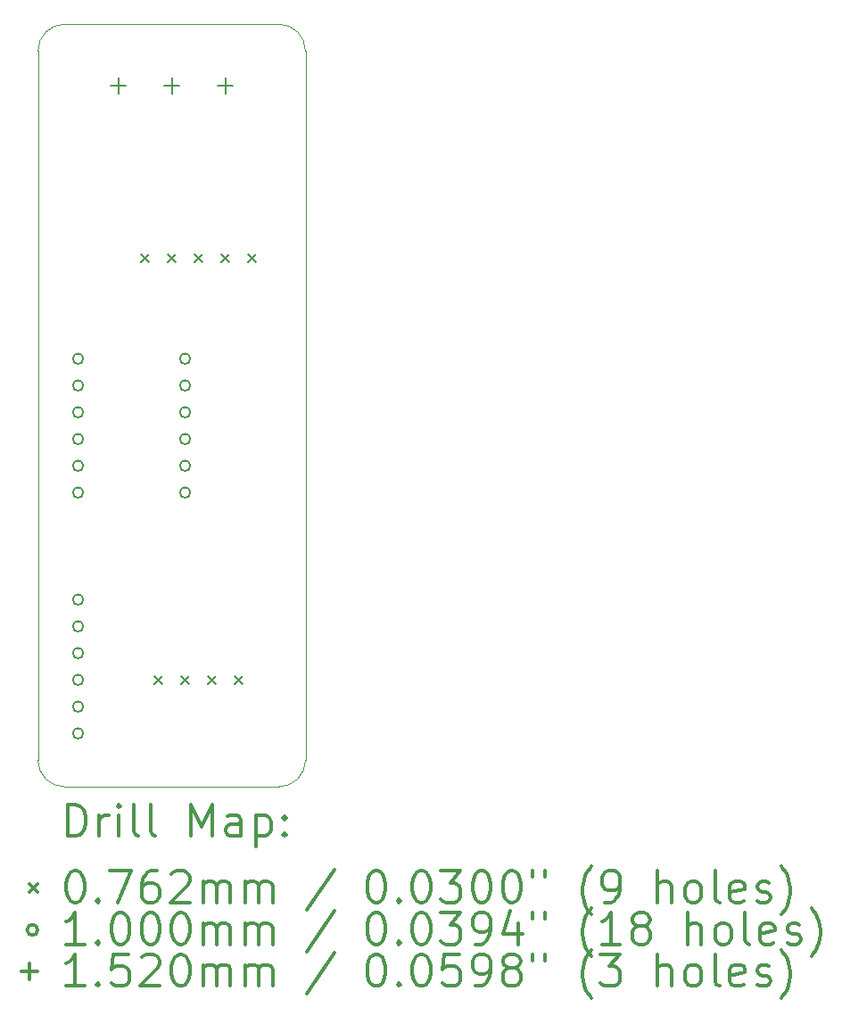
<source format=gbr>
%FSLAX45Y45*%
G04 Gerber Fmt 4.5, Leading zero omitted, Abs format (unit mm)*
G04 Created by KiCad (PCBNEW 5.1.10-88a1d61d58~88~ubuntu20.04.1) date 2021-06-06 20:10:42*
%MOMM*%
%LPD*%
G01*
G04 APERTURE LIST*
%TA.AperFunction,Profile*%
%ADD10C,0.050000*%
%TD*%
%ADD11C,0.200000*%
%ADD12C,0.300000*%
G04 APERTURE END LIST*
D10*
X8636000Y-5461000D02*
G75*
G02*
X8890000Y-5715000I0J-254000D01*
G01*
X8890000Y-12446000D02*
G75*
G02*
X8636000Y-12700000I-254000J0D01*
G01*
X6604000Y-12700000D02*
G75*
G02*
X6350000Y-12446000I0J254000D01*
G01*
X6350000Y-5715000D02*
G75*
G02*
X6604000Y-5461000I254000J0D01*
G01*
X8890000Y-5715000D02*
X8890000Y-12446000D01*
X6604000Y-12700000D02*
X8636000Y-12700000D01*
X6604000Y-5461000D02*
X8636000Y-5461000D01*
X6350000Y-12446000D02*
X6350000Y-5715000D01*
D11*
X7327900Y-7645400D02*
X7404100Y-7721600D01*
X7404100Y-7645400D02*
X7327900Y-7721600D01*
X7454900Y-11645900D02*
X7531100Y-11722100D01*
X7531100Y-11645900D02*
X7454900Y-11722100D01*
X7581900Y-7645400D02*
X7658100Y-7721600D01*
X7658100Y-7645400D02*
X7581900Y-7721600D01*
X7708900Y-11645900D02*
X7785100Y-11722100D01*
X7785100Y-11645900D02*
X7708900Y-11722100D01*
X7835900Y-7645400D02*
X7912100Y-7721600D01*
X7912100Y-7645400D02*
X7835900Y-7721600D01*
X7962900Y-11645900D02*
X8039100Y-11722100D01*
X8039100Y-11645900D02*
X7962900Y-11722100D01*
X8089900Y-7645400D02*
X8166100Y-7721600D01*
X8166100Y-7645400D02*
X8089900Y-7721600D01*
X8216900Y-11645900D02*
X8293100Y-11722100D01*
X8293100Y-11645900D02*
X8216900Y-11722100D01*
X8343900Y-7645400D02*
X8420100Y-7721600D01*
X8420100Y-7645400D02*
X8343900Y-7721600D01*
X6781000Y-8636000D02*
G75*
G03*
X6781000Y-8636000I-50000J0D01*
G01*
X6781000Y-8890000D02*
G75*
G03*
X6781000Y-8890000I-50000J0D01*
G01*
X6781000Y-9144000D02*
G75*
G03*
X6781000Y-9144000I-50000J0D01*
G01*
X6781000Y-9398000D02*
G75*
G03*
X6781000Y-9398000I-50000J0D01*
G01*
X6781000Y-9652000D02*
G75*
G03*
X6781000Y-9652000I-50000J0D01*
G01*
X6781000Y-9906000D02*
G75*
G03*
X6781000Y-9906000I-50000J0D01*
G01*
X6781000Y-10922000D02*
G75*
G03*
X6781000Y-10922000I-50000J0D01*
G01*
X6781000Y-11176000D02*
G75*
G03*
X6781000Y-11176000I-50000J0D01*
G01*
X6781000Y-11430000D02*
G75*
G03*
X6781000Y-11430000I-50000J0D01*
G01*
X6781000Y-11684000D02*
G75*
G03*
X6781000Y-11684000I-50000J0D01*
G01*
X6781000Y-11938000D02*
G75*
G03*
X6781000Y-11938000I-50000J0D01*
G01*
X6781000Y-12192000D02*
G75*
G03*
X6781000Y-12192000I-50000J0D01*
G01*
X7797000Y-8636000D02*
G75*
G03*
X7797000Y-8636000I-50000J0D01*
G01*
X7797000Y-8890000D02*
G75*
G03*
X7797000Y-8890000I-50000J0D01*
G01*
X7797000Y-9144000D02*
G75*
G03*
X7797000Y-9144000I-50000J0D01*
G01*
X7797000Y-9398000D02*
G75*
G03*
X7797000Y-9398000I-50000J0D01*
G01*
X7797000Y-9652000D02*
G75*
G03*
X7797000Y-9652000I-50000J0D01*
G01*
X7797000Y-9906000D02*
G75*
G03*
X7797000Y-9906000I-50000J0D01*
G01*
X7112000Y-5969200D02*
X7112000Y-6121200D01*
X7036000Y-6045200D02*
X7188000Y-6045200D01*
X7620000Y-5969200D02*
X7620000Y-6121200D01*
X7544000Y-6045200D02*
X7696000Y-6045200D01*
X8128000Y-5969200D02*
X8128000Y-6121200D01*
X8052000Y-6045200D02*
X8204000Y-6045200D01*
D12*
X6633928Y-13168214D02*
X6633928Y-12868214D01*
X6705357Y-12868214D01*
X6748214Y-12882500D01*
X6776786Y-12911071D01*
X6791071Y-12939643D01*
X6805357Y-12996786D01*
X6805357Y-13039643D01*
X6791071Y-13096786D01*
X6776786Y-13125357D01*
X6748214Y-13153929D01*
X6705357Y-13168214D01*
X6633928Y-13168214D01*
X6933928Y-13168214D02*
X6933928Y-12968214D01*
X6933928Y-13025357D02*
X6948214Y-12996786D01*
X6962500Y-12982500D01*
X6991071Y-12968214D01*
X7019643Y-12968214D01*
X7119643Y-13168214D02*
X7119643Y-12968214D01*
X7119643Y-12868214D02*
X7105357Y-12882500D01*
X7119643Y-12896786D01*
X7133928Y-12882500D01*
X7119643Y-12868214D01*
X7119643Y-12896786D01*
X7305357Y-13168214D02*
X7276786Y-13153929D01*
X7262500Y-13125357D01*
X7262500Y-12868214D01*
X7462500Y-13168214D02*
X7433928Y-13153929D01*
X7419643Y-13125357D01*
X7419643Y-12868214D01*
X7805357Y-13168214D02*
X7805357Y-12868214D01*
X7905357Y-13082500D01*
X8005357Y-12868214D01*
X8005357Y-13168214D01*
X8276786Y-13168214D02*
X8276786Y-13011071D01*
X8262500Y-12982500D01*
X8233928Y-12968214D01*
X8176786Y-12968214D01*
X8148214Y-12982500D01*
X8276786Y-13153929D02*
X8248214Y-13168214D01*
X8176786Y-13168214D01*
X8148214Y-13153929D01*
X8133928Y-13125357D01*
X8133928Y-13096786D01*
X8148214Y-13068214D01*
X8176786Y-13053929D01*
X8248214Y-13053929D01*
X8276786Y-13039643D01*
X8419643Y-12968214D02*
X8419643Y-13268214D01*
X8419643Y-12982500D02*
X8448214Y-12968214D01*
X8505357Y-12968214D01*
X8533928Y-12982500D01*
X8548214Y-12996786D01*
X8562500Y-13025357D01*
X8562500Y-13111071D01*
X8548214Y-13139643D01*
X8533928Y-13153929D01*
X8505357Y-13168214D01*
X8448214Y-13168214D01*
X8419643Y-13153929D01*
X8691071Y-13139643D02*
X8705357Y-13153929D01*
X8691071Y-13168214D01*
X8676786Y-13153929D01*
X8691071Y-13139643D01*
X8691071Y-13168214D01*
X8691071Y-12982500D02*
X8705357Y-12996786D01*
X8691071Y-13011071D01*
X8676786Y-12996786D01*
X8691071Y-12982500D01*
X8691071Y-13011071D01*
X6271300Y-13624400D02*
X6347500Y-13700600D01*
X6347500Y-13624400D02*
X6271300Y-13700600D01*
X6691071Y-13498214D02*
X6719643Y-13498214D01*
X6748214Y-13512500D01*
X6762500Y-13526786D01*
X6776786Y-13555357D01*
X6791071Y-13612500D01*
X6791071Y-13683929D01*
X6776786Y-13741071D01*
X6762500Y-13769643D01*
X6748214Y-13783929D01*
X6719643Y-13798214D01*
X6691071Y-13798214D01*
X6662500Y-13783929D01*
X6648214Y-13769643D01*
X6633928Y-13741071D01*
X6619643Y-13683929D01*
X6619643Y-13612500D01*
X6633928Y-13555357D01*
X6648214Y-13526786D01*
X6662500Y-13512500D01*
X6691071Y-13498214D01*
X6919643Y-13769643D02*
X6933928Y-13783929D01*
X6919643Y-13798214D01*
X6905357Y-13783929D01*
X6919643Y-13769643D01*
X6919643Y-13798214D01*
X7033928Y-13498214D02*
X7233928Y-13498214D01*
X7105357Y-13798214D01*
X7476786Y-13498214D02*
X7419643Y-13498214D01*
X7391071Y-13512500D01*
X7376786Y-13526786D01*
X7348214Y-13569643D01*
X7333928Y-13626786D01*
X7333928Y-13741071D01*
X7348214Y-13769643D01*
X7362500Y-13783929D01*
X7391071Y-13798214D01*
X7448214Y-13798214D01*
X7476786Y-13783929D01*
X7491071Y-13769643D01*
X7505357Y-13741071D01*
X7505357Y-13669643D01*
X7491071Y-13641071D01*
X7476786Y-13626786D01*
X7448214Y-13612500D01*
X7391071Y-13612500D01*
X7362500Y-13626786D01*
X7348214Y-13641071D01*
X7333928Y-13669643D01*
X7619643Y-13526786D02*
X7633928Y-13512500D01*
X7662500Y-13498214D01*
X7733928Y-13498214D01*
X7762500Y-13512500D01*
X7776786Y-13526786D01*
X7791071Y-13555357D01*
X7791071Y-13583929D01*
X7776786Y-13626786D01*
X7605357Y-13798214D01*
X7791071Y-13798214D01*
X7919643Y-13798214D02*
X7919643Y-13598214D01*
X7919643Y-13626786D02*
X7933928Y-13612500D01*
X7962500Y-13598214D01*
X8005357Y-13598214D01*
X8033928Y-13612500D01*
X8048214Y-13641071D01*
X8048214Y-13798214D01*
X8048214Y-13641071D02*
X8062500Y-13612500D01*
X8091071Y-13598214D01*
X8133928Y-13598214D01*
X8162500Y-13612500D01*
X8176786Y-13641071D01*
X8176786Y-13798214D01*
X8319643Y-13798214D02*
X8319643Y-13598214D01*
X8319643Y-13626786D02*
X8333928Y-13612500D01*
X8362500Y-13598214D01*
X8405357Y-13598214D01*
X8433928Y-13612500D01*
X8448214Y-13641071D01*
X8448214Y-13798214D01*
X8448214Y-13641071D02*
X8462500Y-13612500D01*
X8491071Y-13598214D01*
X8533928Y-13598214D01*
X8562500Y-13612500D01*
X8576786Y-13641071D01*
X8576786Y-13798214D01*
X9162500Y-13483929D02*
X8905357Y-13869643D01*
X9548214Y-13498214D02*
X9576786Y-13498214D01*
X9605357Y-13512500D01*
X9619643Y-13526786D01*
X9633928Y-13555357D01*
X9648214Y-13612500D01*
X9648214Y-13683929D01*
X9633928Y-13741071D01*
X9619643Y-13769643D01*
X9605357Y-13783929D01*
X9576786Y-13798214D01*
X9548214Y-13798214D01*
X9519643Y-13783929D01*
X9505357Y-13769643D01*
X9491071Y-13741071D01*
X9476786Y-13683929D01*
X9476786Y-13612500D01*
X9491071Y-13555357D01*
X9505357Y-13526786D01*
X9519643Y-13512500D01*
X9548214Y-13498214D01*
X9776786Y-13769643D02*
X9791071Y-13783929D01*
X9776786Y-13798214D01*
X9762500Y-13783929D01*
X9776786Y-13769643D01*
X9776786Y-13798214D01*
X9976786Y-13498214D02*
X10005357Y-13498214D01*
X10033928Y-13512500D01*
X10048214Y-13526786D01*
X10062500Y-13555357D01*
X10076786Y-13612500D01*
X10076786Y-13683929D01*
X10062500Y-13741071D01*
X10048214Y-13769643D01*
X10033928Y-13783929D01*
X10005357Y-13798214D01*
X9976786Y-13798214D01*
X9948214Y-13783929D01*
X9933928Y-13769643D01*
X9919643Y-13741071D01*
X9905357Y-13683929D01*
X9905357Y-13612500D01*
X9919643Y-13555357D01*
X9933928Y-13526786D01*
X9948214Y-13512500D01*
X9976786Y-13498214D01*
X10176786Y-13498214D02*
X10362500Y-13498214D01*
X10262500Y-13612500D01*
X10305357Y-13612500D01*
X10333928Y-13626786D01*
X10348214Y-13641071D01*
X10362500Y-13669643D01*
X10362500Y-13741071D01*
X10348214Y-13769643D01*
X10333928Y-13783929D01*
X10305357Y-13798214D01*
X10219643Y-13798214D01*
X10191071Y-13783929D01*
X10176786Y-13769643D01*
X10548214Y-13498214D02*
X10576786Y-13498214D01*
X10605357Y-13512500D01*
X10619643Y-13526786D01*
X10633928Y-13555357D01*
X10648214Y-13612500D01*
X10648214Y-13683929D01*
X10633928Y-13741071D01*
X10619643Y-13769643D01*
X10605357Y-13783929D01*
X10576786Y-13798214D01*
X10548214Y-13798214D01*
X10519643Y-13783929D01*
X10505357Y-13769643D01*
X10491071Y-13741071D01*
X10476786Y-13683929D01*
X10476786Y-13612500D01*
X10491071Y-13555357D01*
X10505357Y-13526786D01*
X10519643Y-13512500D01*
X10548214Y-13498214D01*
X10833928Y-13498214D02*
X10862500Y-13498214D01*
X10891071Y-13512500D01*
X10905357Y-13526786D01*
X10919643Y-13555357D01*
X10933928Y-13612500D01*
X10933928Y-13683929D01*
X10919643Y-13741071D01*
X10905357Y-13769643D01*
X10891071Y-13783929D01*
X10862500Y-13798214D01*
X10833928Y-13798214D01*
X10805357Y-13783929D01*
X10791071Y-13769643D01*
X10776786Y-13741071D01*
X10762500Y-13683929D01*
X10762500Y-13612500D01*
X10776786Y-13555357D01*
X10791071Y-13526786D01*
X10805357Y-13512500D01*
X10833928Y-13498214D01*
X11048214Y-13498214D02*
X11048214Y-13555357D01*
X11162500Y-13498214D02*
X11162500Y-13555357D01*
X11605357Y-13912500D02*
X11591071Y-13898214D01*
X11562500Y-13855357D01*
X11548214Y-13826786D01*
X11533928Y-13783929D01*
X11519643Y-13712500D01*
X11519643Y-13655357D01*
X11533928Y-13583929D01*
X11548214Y-13541071D01*
X11562500Y-13512500D01*
X11591071Y-13469643D01*
X11605357Y-13455357D01*
X11733928Y-13798214D02*
X11791071Y-13798214D01*
X11819643Y-13783929D01*
X11833928Y-13769643D01*
X11862500Y-13726786D01*
X11876786Y-13669643D01*
X11876786Y-13555357D01*
X11862500Y-13526786D01*
X11848214Y-13512500D01*
X11819643Y-13498214D01*
X11762500Y-13498214D01*
X11733928Y-13512500D01*
X11719643Y-13526786D01*
X11705357Y-13555357D01*
X11705357Y-13626786D01*
X11719643Y-13655357D01*
X11733928Y-13669643D01*
X11762500Y-13683929D01*
X11819643Y-13683929D01*
X11848214Y-13669643D01*
X11862500Y-13655357D01*
X11876786Y-13626786D01*
X12233928Y-13798214D02*
X12233928Y-13498214D01*
X12362500Y-13798214D02*
X12362500Y-13641071D01*
X12348214Y-13612500D01*
X12319643Y-13598214D01*
X12276786Y-13598214D01*
X12248214Y-13612500D01*
X12233928Y-13626786D01*
X12548214Y-13798214D02*
X12519643Y-13783929D01*
X12505357Y-13769643D01*
X12491071Y-13741071D01*
X12491071Y-13655357D01*
X12505357Y-13626786D01*
X12519643Y-13612500D01*
X12548214Y-13598214D01*
X12591071Y-13598214D01*
X12619643Y-13612500D01*
X12633928Y-13626786D01*
X12648214Y-13655357D01*
X12648214Y-13741071D01*
X12633928Y-13769643D01*
X12619643Y-13783929D01*
X12591071Y-13798214D01*
X12548214Y-13798214D01*
X12819643Y-13798214D02*
X12791071Y-13783929D01*
X12776786Y-13755357D01*
X12776786Y-13498214D01*
X13048214Y-13783929D02*
X13019643Y-13798214D01*
X12962500Y-13798214D01*
X12933928Y-13783929D01*
X12919643Y-13755357D01*
X12919643Y-13641071D01*
X12933928Y-13612500D01*
X12962500Y-13598214D01*
X13019643Y-13598214D01*
X13048214Y-13612500D01*
X13062500Y-13641071D01*
X13062500Y-13669643D01*
X12919643Y-13698214D01*
X13176786Y-13783929D02*
X13205357Y-13798214D01*
X13262500Y-13798214D01*
X13291071Y-13783929D01*
X13305357Y-13755357D01*
X13305357Y-13741071D01*
X13291071Y-13712500D01*
X13262500Y-13698214D01*
X13219643Y-13698214D01*
X13191071Y-13683929D01*
X13176786Y-13655357D01*
X13176786Y-13641071D01*
X13191071Y-13612500D01*
X13219643Y-13598214D01*
X13262500Y-13598214D01*
X13291071Y-13612500D01*
X13405357Y-13912500D02*
X13419643Y-13898214D01*
X13448214Y-13855357D01*
X13462500Y-13826786D01*
X13476786Y-13783929D01*
X13491071Y-13712500D01*
X13491071Y-13655357D01*
X13476786Y-13583929D01*
X13462500Y-13541071D01*
X13448214Y-13512500D01*
X13419643Y-13469643D01*
X13405357Y-13455357D01*
X6347500Y-14058500D02*
G75*
G03*
X6347500Y-14058500I-50000J0D01*
G01*
X6791071Y-14194214D02*
X6619643Y-14194214D01*
X6705357Y-14194214D02*
X6705357Y-13894214D01*
X6676786Y-13937071D01*
X6648214Y-13965643D01*
X6619643Y-13979929D01*
X6919643Y-14165643D02*
X6933928Y-14179929D01*
X6919643Y-14194214D01*
X6905357Y-14179929D01*
X6919643Y-14165643D01*
X6919643Y-14194214D01*
X7119643Y-13894214D02*
X7148214Y-13894214D01*
X7176786Y-13908500D01*
X7191071Y-13922786D01*
X7205357Y-13951357D01*
X7219643Y-14008500D01*
X7219643Y-14079929D01*
X7205357Y-14137071D01*
X7191071Y-14165643D01*
X7176786Y-14179929D01*
X7148214Y-14194214D01*
X7119643Y-14194214D01*
X7091071Y-14179929D01*
X7076786Y-14165643D01*
X7062500Y-14137071D01*
X7048214Y-14079929D01*
X7048214Y-14008500D01*
X7062500Y-13951357D01*
X7076786Y-13922786D01*
X7091071Y-13908500D01*
X7119643Y-13894214D01*
X7405357Y-13894214D02*
X7433928Y-13894214D01*
X7462500Y-13908500D01*
X7476786Y-13922786D01*
X7491071Y-13951357D01*
X7505357Y-14008500D01*
X7505357Y-14079929D01*
X7491071Y-14137071D01*
X7476786Y-14165643D01*
X7462500Y-14179929D01*
X7433928Y-14194214D01*
X7405357Y-14194214D01*
X7376786Y-14179929D01*
X7362500Y-14165643D01*
X7348214Y-14137071D01*
X7333928Y-14079929D01*
X7333928Y-14008500D01*
X7348214Y-13951357D01*
X7362500Y-13922786D01*
X7376786Y-13908500D01*
X7405357Y-13894214D01*
X7691071Y-13894214D02*
X7719643Y-13894214D01*
X7748214Y-13908500D01*
X7762500Y-13922786D01*
X7776786Y-13951357D01*
X7791071Y-14008500D01*
X7791071Y-14079929D01*
X7776786Y-14137071D01*
X7762500Y-14165643D01*
X7748214Y-14179929D01*
X7719643Y-14194214D01*
X7691071Y-14194214D01*
X7662500Y-14179929D01*
X7648214Y-14165643D01*
X7633928Y-14137071D01*
X7619643Y-14079929D01*
X7619643Y-14008500D01*
X7633928Y-13951357D01*
X7648214Y-13922786D01*
X7662500Y-13908500D01*
X7691071Y-13894214D01*
X7919643Y-14194214D02*
X7919643Y-13994214D01*
X7919643Y-14022786D02*
X7933928Y-14008500D01*
X7962500Y-13994214D01*
X8005357Y-13994214D01*
X8033928Y-14008500D01*
X8048214Y-14037071D01*
X8048214Y-14194214D01*
X8048214Y-14037071D02*
X8062500Y-14008500D01*
X8091071Y-13994214D01*
X8133928Y-13994214D01*
X8162500Y-14008500D01*
X8176786Y-14037071D01*
X8176786Y-14194214D01*
X8319643Y-14194214D02*
X8319643Y-13994214D01*
X8319643Y-14022786D02*
X8333928Y-14008500D01*
X8362500Y-13994214D01*
X8405357Y-13994214D01*
X8433928Y-14008500D01*
X8448214Y-14037071D01*
X8448214Y-14194214D01*
X8448214Y-14037071D02*
X8462500Y-14008500D01*
X8491071Y-13994214D01*
X8533928Y-13994214D01*
X8562500Y-14008500D01*
X8576786Y-14037071D01*
X8576786Y-14194214D01*
X9162500Y-13879929D02*
X8905357Y-14265643D01*
X9548214Y-13894214D02*
X9576786Y-13894214D01*
X9605357Y-13908500D01*
X9619643Y-13922786D01*
X9633928Y-13951357D01*
X9648214Y-14008500D01*
X9648214Y-14079929D01*
X9633928Y-14137071D01*
X9619643Y-14165643D01*
X9605357Y-14179929D01*
X9576786Y-14194214D01*
X9548214Y-14194214D01*
X9519643Y-14179929D01*
X9505357Y-14165643D01*
X9491071Y-14137071D01*
X9476786Y-14079929D01*
X9476786Y-14008500D01*
X9491071Y-13951357D01*
X9505357Y-13922786D01*
X9519643Y-13908500D01*
X9548214Y-13894214D01*
X9776786Y-14165643D02*
X9791071Y-14179929D01*
X9776786Y-14194214D01*
X9762500Y-14179929D01*
X9776786Y-14165643D01*
X9776786Y-14194214D01*
X9976786Y-13894214D02*
X10005357Y-13894214D01*
X10033928Y-13908500D01*
X10048214Y-13922786D01*
X10062500Y-13951357D01*
X10076786Y-14008500D01*
X10076786Y-14079929D01*
X10062500Y-14137071D01*
X10048214Y-14165643D01*
X10033928Y-14179929D01*
X10005357Y-14194214D01*
X9976786Y-14194214D01*
X9948214Y-14179929D01*
X9933928Y-14165643D01*
X9919643Y-14137071D01*
X9905357Y-14079929D01*
X9905357Y-14008500D01*
X9919643Y-13951357D01*
X9933928Y-13922786D01*
X9948214Y-13908500D01*
X9976786Y-13894214D01*
X10176786Y-13894214D02*
X10362500Y-13894214D01*
X10262500Y-14008500D01*
X10305357Y-14008500D01*
X10333928Y-14022786D01*
X10348214Y-14037071D01*
X10362500Y-14065643D01*
X10362500Y-14137071D01*
X10348214Y-14165643D01*
X10333928Y-14179929D01*
X10305357Y-14194214D01*
X10219643Y-14194214D01*
X10191071Y-14179929D01*
X10176786Y-14165643D01*
X10505357Y-14194214D02*
X10562500Y-14194214D01*
X10591071Y-14179929D01*
X10605357Y-14165643D01*
X10633928Y-14122786D01*
X10648214Y-14065643D01*
X10648214Y-13951357D01*
X10633928Y-13922786D01*
X10619643Y-13908500D01*
X10591071Y-13894214D01*
X10533928Y-13894214D01*
X10505357Y-13908500D01*
X10491071Y-13922786D01*
X10476786Y-13951357D01*
X10476786Y-14022786D01*
X10491071Y-14051357D01*
X10505357Y-14065643D01*
X10533928Y-14079929D01*
X10591071Y-14079929D01*
X10619643Y-14065643D01*
X10633928Y-14051357D01*
X10648214Y-14022786D01*
X10905357Y-13994214D02*
X10905357Y-14194214D01*
X10833928Y-13879929D02*
X10762500Y-14094214D01*
X10948214Y-14094214D01*
X11048214Y-13894214D02*
X11048214Y-13951357D01*
X11162500Y-13894214D02*
X11162500Y-13951357D01*
X11605357Y-14308500D02*
X11591071Y-14294214D01*
X11562500Y-14251357D01*
X11548214Y-14222786D01*
X11533928Y-14179929D01*
X11519643Y-14108500D01*
X11519643Y-14051357D01*
X11533928Y-13979929D01*
X11548214Y-13937071D01*
X11562500Y-13908500D01*
X11591071Y-13865643D01*
X11605357Y-13851357D01*
X11876786Y-14194214D02*
X11705357Y-14194214D01*
X11791071Y-14194214D02*
X11791071Y-13894214D01*
X11762500Y-13937071D01*
X11733928Y-13965643D01*
X11705357Y-13979929D01*
X12048214Y-14022786D02*
X12019643Y-14008500D01*
X12005357Y-13994214D01*
X11991071Y-13965643D01*
X11991071Y-13951357D01*
X12005357Y-13922786D01*
X12019643Y-13908500D01*
X12048214Y-13894214D01*
X12105357Y-13894214D01*
X12133928Y-13908500D01*
X12148214Y-13922786D01*
X12162500Y-13951357D01*
X12162500Y-13965643D01*
X12148214Y-13994214D01*
X12133928Y-14008500D01*
X12105357Y-14022786D01*
X12048214Y-14022786D01*
X12019643Y-14037071D01*
X12005357Y-14051357D01*
X11991071Y-14079929D01*
X11991071Y-14137071D01*
X12005357Y-14165643D01*
X12019643Y-14179929D01*
X12048214Y-14194214D01*
X12105357Y-14194214D01*
X12133928Y-14179929D01*
X12148214Y-14165643D01*
X12162500Y-14137071D01*
X12162500Y-14079929D01*
X12148214Y-14051357D01*
X12133928Y-14037071D01*
X12105357Y-14022786D01*
X12519643Y-14194214D02*
X12519643Y-13894214D01*
X12648214Y-14194214D02*
X12648214Y-14037071D01*
X12633928Y-14008500D01*
X12605357Y-13994214D01*
X12562500Y-13994214D01*
X12533928Y-14008500D01*
X12519643Y-14022786D01*
X12833928Y-14194214D02*
X12805357Y-14179929D01*
X12791071Y-14165643D01*
X12776786Y-14137071D01*
X12776786Y-14051357D01*
X12791071Y-14022786D01*
X12805357Y-14008500D01*
X12833928Y-13994214D01*
X12876786Y-13994214D01*
X12905357Y-14008500D01*
X12919643Y-14022786D01*
X12933928Y-14051357D01*
X12933928Y-14137071D01*
X12919643Y-14165643D01*
X12905357Y-14179929D01*
X12876786Y-14194214D01*
X12833928Y-14194214D01*
X13105357Y-14194214D02*
X13076786Y-14179929D01*
X13062500Y-14151357D01*
X13062500Y-13894214D01*
X13333928Y-14179929D02*
X13305357Y-14194214D01*
X13248214Y-14194214D01*
X13219643Y-14179929D01*
X13205357Y-14151357D01*
X13205357Y-14037071D01*
X13219643Y-14008500D01*
X13248214Y-13994214D01*
X13305357Y-13994214D01*
X13333928Y-14008500D01*
X13348214Y-14037071D01*
X13348214Y-14065643D01*
X13205357Y-14094214D01*
X13462500Y-14179929D02*
X13491071Y-14194214D01*
X13548214Y-14194214D01*
X13576786Y-14179929D01*
X13591071Y-14151357D01*
X13591071Y-14137071D01*
X13576786Y-14108500D01*
X13548214Y-14094214D01*
X13505357Y-14094214D01*
X13476786Y-14079929D01*
X13462500Y-14051357D01*
X13462500Y-14037071D01*
X13476786Y-14008500D01*
X13505357Y-13994214D01*
X13548214Y-13994214D01*
X13576786Y-14008500D01*
X13691071Y-14308500D02*
X13705357Y-14294214D01*
X13733928Y-14251357D01*
X13748214Y-14222786D01*
X13762500Y-14179929D01*
X13776786Y-14108500D01*
X13776786Y-14051357D01*
X13762500Y-13979929D01*
X13748214Y-13937071D01*
X13733928Y-13908500D01*
X13705357Y-13865643D01*
X13691071Y-13851357D01*
X6271500Y-14378500D02*
X6271500Y-14530500D01*
X6195500Y-14454500D02*
X6347500Y-14454500D01*
X6791071Y-14590214D02*
X6619643Y-14590214D01*
X6705357Y-14590214D02*
X6705357Y-14290214D01*
X6676786Y-14333071D01*
X6648214Y-14361643D01*
X6619643Y-14375929D01*
X6919643Y-14561643D02*
X6933928Y-14575929D01*
X6919643Y-14590214D01*
X6905357Y-14575929D01*
X6919643Y-14561643D01*
X6919643Y-14590214D01*
X7205357Y-14290214D02*
X7062500Y-14290214D01*
X7048214Y-14433071D01*
X7062500Y-14418786D01*
X7091071Y-14404500D01*
X7162500Y-14404500D01*
X7191071Y-14418786D01*
X7205357Y-14433071D01*
X7219643Y-14461643D01*
X7219643Y-14533071D01*
X7205357Y-14561643D01*
X7191071Y-14575929D01*
X7162500Y-14590214D01*
X7091071Y-14590214D01*
X7062500Y-14575929D01*
X7048214Y-14561643D01*
X7333928Y-14318786D02*
X7348214Y-14304500D01*
X7376786Y-14290214D01*
X7448214Y-14290214D01*
X7476786Y-14304500D01*
X7491071Y-14318786D01*
X7505357Y-14347357D01*
X7505357Y-14375929D01*
X7491071Y-14418786D01*
X7319643Y-14590214D01*
X7505357Y-14590214D01*
X7691071Y-14290214D02*
X7719643Y-14290214D01*
X7748214Y-14304500D01*
X7762500Y-14318786D01*
X7776786Y-14347357D01*
X7791071Y-14404500D01*
X7791071Y-14475929D01*
X7776786Y-14533071D01*
X7762500Y-14561643D01*
X7748214Y-14575929D01*
X7719643Y-14590214D01*
X7691071Y-14590214D01*
X7662500Y-14575929D01*
X7648214Y-14561643D01*
X7633928Y-14533071D01*
X7619643Y-14475929D01*
X7619643Y-14404500D01*
X7633928Y-14347357D01*
X7648214Y-14318786D01*
X7662500Y-14304500D01*
X7691071Y-14290214D01*
X7919643Y-14590214D02*
X7919643Y-14390214D01*
X7919643Y-14418786D02*
X7933928Y-14404500D01*
X7962500Y-14390214D01*
X8005357Y-14390214D01*
X8033928Y-14404500D01*
X8048214Y-14433071D01*
X8048214Y-14590214D01*
X8048214Y-14433071D02*
X8062500Y-14404500D01*
X8091071Y-14390214D01*
X8133928Y-14390214D01*
X8162500Y-14404500D01*
X8176786Y-14433071D01*
X8176786Y-14590214D01*
X8319643Y-14590214D02*
X8319643Y-14390214D01*
X8319643Y-14418786D02*
X8333928Y-14404500D01*
X8362500Y-14390214D01*
X8405357Y-14390214D01*
X8433928Y-14404500D01*
X8448214Y-14433071D01*
X8448214Y-14590214D01*
X8448214Y-14433071D02*
X8462500Y-14404500D01*
X8491071Y-14390214D01*
X8533928Y-14390214D01*
X8562500Y-14404500D01*
X8576786Y-14433071D01*
X8576786Y-14590214D01*
X9162500Y-14275929D02*
X8905357Y-14661643D01*
X9548214Y-14290214D02*
X9576786Y-14290214D01*
X9605357Y-14304500D01*
X9619643Y-14318786D01*
X9633928Y-14347357D01*
X9648214Y-14404500D01*
X9648214Y-14475929D01*
X9633928Y-14533071D01*
X9619643Y-14561643D01*
X9605357Y-14575929D01*
X9576786Y-14590214D01*
X9548214Y-14590214D01*
X9519643Y-14575929D01*
X9505357Y-14561643D01*
X9491071Y-14533071D01*
X9476786Y-14475929D01*
X9476786Y-14404500D01*
X9491071Y-14347357D01*
X9505357Y-14318786D01*
X9519643Y-14304500D01*
X9548214Y-14290214D01*
X9776786Y-14561643D02*
X9791071Y-14575929D01*
X9776786Y-14590214D01*
X9762500Y-14575929D01*
X9776786Y-14561643D01*
X9776786Y-14590214D01*
X9976786Y-14290214D02*
X10005357Y-14290214D01*
X10033928Y-14304500D01*
X10048214Y-14318786D01*
X10062500Y-14347357D01*
X10076786Y-14404500D01*
X10076786Y-14475929D01*
X10062500Y-14533071D01*
X10048214Y-14561643D01*
X10033928Y-14575929D01*
X10005357Y-14590214D01*
X9976786Y-14590214D01*
X9948214Y-14575929D01*
X9933928Y-14561643D01*
X9919643Y-14533071D01*
X9905357Y-14475929D01*
X9905357Y-14404500D01*
X9919643Y-14347357D01*
X9933928Y-14318786D01*
X9948214Y-14304500D01*
X9976786Y-14290214D01*
X10348214Y-14290214D02*
X10205357Y-14290214D01*
X10191071Y-14433071D01*
X10205357Y-14418786D01*
X10233928Y-14404500D01*
X10305357Y-14404500D01*
X10333928Y-14418786D01*
X10348214Y-14433071D01*
X10362500Y-14461643D01*
X10362500Y-14533071D01*
X10348214Y-14561643D01*
X10333928Y-14575929D01*
X10305357Y-14590214D01*
X10233928Y-14590214D01*
X10205357Y-14575929D01*
X10191071Y-14561643D01*
X10505357Y-14590214D02*
X10562500Y-14590214D01*
X10591071Y-14575929D01*
X10605357Y-14561643D01*
X10633928Y-14518786D01*
X10648214Y-14461643D01*
X10648214Y-14347357D01*
X10633928Y-14318786D01*
X10619643Y-14304500D01*
X10591071Y-14290214D01*
X10533928Y-14290214D01*
X10505357Y-14304500D01*
X10491071Y-14318786D01*
X10476786Y-14347357D01*
X10476786Y-14418786D01*
X10491071Y-14447357D01*
X10505357Y-14461643D01*
X10533928Y-14475929D01*
X10591071Y-14475929D01*
X10619643Y-14461643D01*
X10633928Y-14447357D01*
X10648214Y-14418786D01*
X10819643Y-14418786D02*
X10791071Y-14404500D01*
X10776786Y-14390214D01*
X10762500Y-14361643D01*
X10762500Y-14347357D01*
X10776786Y-14318786D01*
X10791071Y-14304500D01*
X10819643Y-14290214D01*
X10876786Y-14290214D01*
X10905357Y-14304500D01*
X10919643Y-14318786D01*
X10933928Y-14347357D01*
X10933928Y-14361643D01*
X10919643Y-14390214D01*
X10905357Y-14404500D01*
X10876786Y-14418786D01*
X10819643Y-14418786D01*
X10791071Y-14433071D01*
X10776786Y-14447357D01*
X10762500Y-14475929D01*
X10762500Y-14533071D01*
X10776786Y-14561643D01*
X10791071Y-14575929D01*
X10819643Y-14590214D01*
X10876786Y-14590214D01*
X10905357Y-14575929D01*
X10919643Y-14561643D01*
X10933928Y-14533071D01*
X10933928Y-14475929D01*
X10919643Y-14447357D01*
X10905357Y-14433071D01*
X10876786Y-14418786D01*
X11048214Y-14290214D02*
X11048214Y-14347357D01*
X11162500Y-14290214D02*
X11162500Y-14347357D01*
X11605357Y-14704500D02*
X11591071Y-14690214D01*
X11562500Y-14647357D01*
X11548214Y-14618786D01*
X11533928Y-14575929D01*
X11519643Y-14504500D01*
X11519643Y-14447357D01*
X11533928Y-14375929D01*
X11548214Y-14333071D01*
X11562500Y-14304500D01*
X11591071Y-14261643D01*
X11605357Y-14247357D01*
X11691071Y-14290214D02*
X11876786Y-14290214D01*
X11776786Y-14404500D01*
X11819643Y-14404500D01*
X11848214Y-14418786D01*
X11862500Y-14433071D01*
X11876786Y-14461643D01*
X11876786Y-14533071D01*
X11862500Y-14561643D01*
X11848214Y-14575929D01*
X11819643Y-14590214D01*
X11733928Y-14590214D01*
X11705357Y-14575929D01*
X11691071Y-14561643D01*
X12233928Y-14590214D02*
X12233928Y-14290214D01*
X12362500Y-14590214D02*
X12362500Y-14433071D01*
X12348214Y-14404500D01*
X12319643Y-14390214D01*
X12276786Y-14390214D01*
X12248214Y-14404500D01*
X12233928Y-14418786D01*
X12548214Y-14590214D02*
X12519643Y-14575929D01*
X12505357Y-14561643D01*
X12491071Y-14533071D01*
X12491071Y-14447357D01*
X12505357Y-14418786D01*
X12519643Y-14404500D01*
X12548214Y-14390214D01*
X12591071Y-14390214D01*
X12619643Y-14404500D01*
X12633928Y-14418786D01*
X12648214Y-14447357D01*
X12648214Y-14533071D01*
X12633928Y-14561643D01*
X12619643Y-14575929D01*
X12591071Y-14590214D01*
X12548214Y-14590214D01*
X12819643Y-14590214D02*
X12791071Y-14575929D01*
X12776786Y-14547357D01*
X12776786Y-14290214D01*
X13048214Y-14575929D02*
X13019643Y-14590214D01*
X12962500Y-14590214D01*
X12933928Y-14575929D01*
X12919643Y-14547357D01*
X12919643Y-14433071D01*
X12933928Y-14404500D01*
X12962500Y-14390214D01*
X13019643Y-14390214D01*
X13048214Y-14404500D01*
X13062500Y-14433071D01*
X13062500Y-14461643D01*
X12919643Y-14490214D01*
X13176786Y-14575929D02*
X13205357Y-14590214D01*
X13262500Y-14590214D01*
X13291071Y-14575929D01*
X13305357Y-14547357D01*
X13305357Y-14533071D01*
X13291071Y-14504500D01*
X13262500Y-14490214D01*
X13219643Y-14490214D01*
X13191071Y-14475929D01*
X13176786Y-14447357D01*
X13176786Y-14433071D01*
X13191071Y-14404500D01*
X13219643Y-14390214D01*
X13262500Y-14390214D01*
X13291071Y-14404500D01*
X13405357Y-14704500D02*
X13419643Y-14690214D01*
X13448214Y-14647357D01*
X13462500Y-14618786D01*
X13476786Y-14575929D01*
X13491071Y-14504500D01*
X13491071Y-14447357D01*
X13476786Y-14375929D01*
X13462500Y-14333071D01*
X13448214Y-14304500D01*
X13419643Y-14261643D01*
X13405357Y-14247357D01*
M02*

</source>
